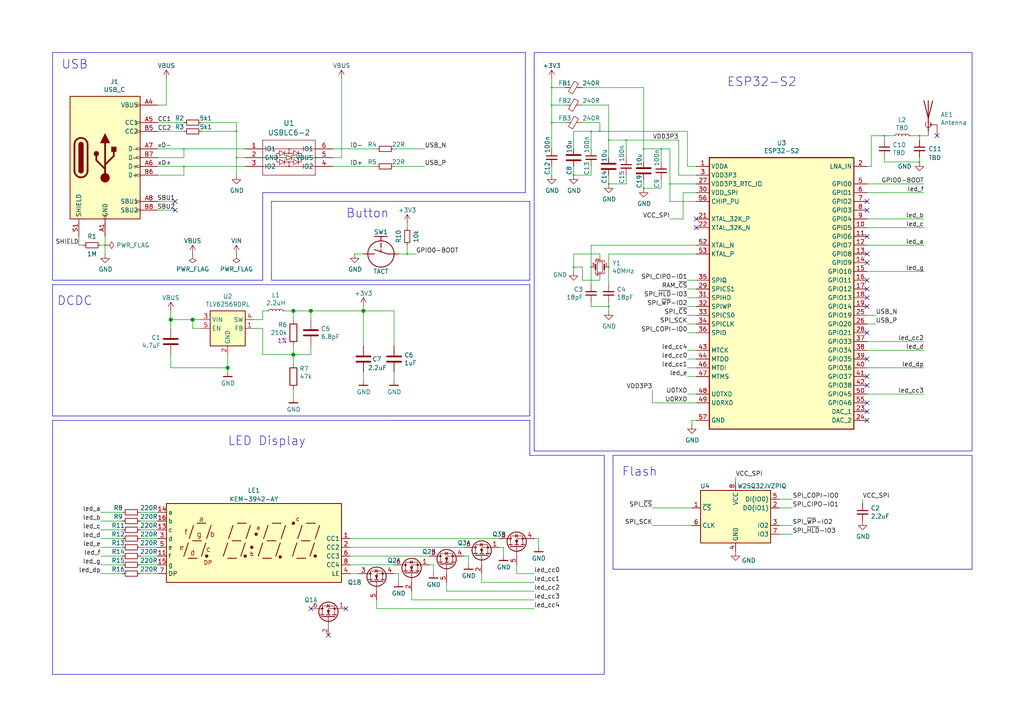
<source format=kicad_sch>
(kicad_sch (version 20201015) (generator eeschema)
  (page 1 1)
  (paper "A4")
  (title_block (title "Wizard Flute") (date "2020-12-05") (rev "r1.0") (company "GsD") (comment 3 "© 2020 Greg Davill <greg.davill@gmail.com>") (comment 4 "License: CERN OHL-P"))
  (junction (at 30.48 71.12) (diameter 0.3048))
  (junction (at 49.53 92.71) (diameter 1.016))
  (junction (at 53.34 43.18) (diameter 0.3048))
  (junction (at 53.34 48.26) (diameter 0.3048))
  (junction (at 55.88 92.71) (diameter 1.016))
  (junction (at 66.04 106.68) (diameter 1.016))
  (junction (at 68.58 38.1) (diameter 0.3048))
  (junction (at 68.58 45.72) (diameter 0.3048))
  (junction (at 85.09 90.17) (diameter 1))
  (junction (at 85.09 102.87) (diameter 1.016))
  (junction (at 90.17 90.17) (diameter 1))
  (junction (at 105.41 90.17) (diameter 1))
  (junction (at 118.11 73.66) (diameter 0.3048))
  (junction (at 160.02 25.4) (diameter 0.3048))
  (junction (at 160.02 30.48) (diameter 0.3048))
  (junction (at 160.02 35.56) (diameter 0.3048))
  (junction (at 166.37 50.8) (diameter 0.3048))
  (junction (at 166.37 77.47) (diameter 0.3048))
  (junction (at 171.45 38.1) (diameter 0.3048))
  (junction (at 171.45 77.47) (diameter 0.3048))
  (junction (at 173.99 38.1) (diameter 0.3048))
  (junction (at 176.53 40.64) (diameter 0.3048))
  (junction (at 176.53 53.34) (diameter 0.3048))
  (junction (at 176.53 77.47) (diameter 0.3048))
  (junction (at 176.53 88.9) (diameter 0.3048))
  (junction (at 181.61 40.64) (diameter 0.3048))
  (junction (at 186.69 43.18) (diameter 0.3048))
  (junction (at 186.69 54.61) (diameter 0.3048))
  (junction (at 191.77 43.18) (diameter 0.3048))
  (junction (at 194.31 53.34) (diameter 0.3048))
  (junction (at 256.54 39.37) (diameter 0.3048))
  (junction (at 266.7 39.37) (diameter 0.3048))
  (junction (at 266.7 46.99) (diameter 0.3048))
  (no_connect (at 251.46 81.28))
  (no_connect (at 201.93 63.5))
  (no_connect (at 251.46 116.84))
  (no_connect (at 251.46 109.22))
  (no_connect (at 90.17 176.53))
  (no_connect (at 251.46 121.92))
  (no_connect (at 251.46 88.9))
  (no_connect (at 251.46 83.82))
  (no_connect (at 251.46 60.96))
  (no_connect (at 271.78 39.37))
  (no_connect (at 251.46 68.58))
  (no_connect (at 251.46 76.2))
  (no_connect (at 50.8 60.96))
  (no_connect (at 251.46 58.42))
  (no_connect (at 251.46 111.76))
  (no_connect (at 251.46 86.36))
  (no_connect (at 50.8 58.42))
  (no_connect (at 201.93 66.04))
  (no_connect (at 251.46 119.38))
  (no_connect (at 251.46 104.14))
  (no_connect (at 95.25 184.15))
  (no_connect (at 100.33 176.53))
  (no_connect (at 251.46 96.52))
  (no_connect (at 251.46 73.66))
  (wire (pts (xy 22.86 68.58) (xy 22.86 71.12)))
  (wire (pts (xy 22.86 71.12) (xy 24.13 71.12)))
  (wire (pts (xy 29.21 71.12) (xy 30.48 71.12)))
  (wire (pts (xy 29.21 148.59) (xy 35.56 148.59)))
  (wire (pts (xy 29.21 151.13) (xy 35.56 151.13)))
  (wire (pts (xy 29.21 153.67) (xy 35.56 153.67)))
  (wire (pts (xy 29.21 156.21) (xy 35.56 156.21)))
  (wire (pts (xy 29.21 158.75) (xy 35.56 158.75)))
  (wire (pts (xy 29.21 161.29) (xy 35.56 161.29)))
  (wire (pts (xy 29.21 163.83) (xy 35.56 163.83)))
  (wire (pts (xy 29.21 166.37) (xy 35.56 166.37)))
  (wire (pts (xy 30.48 71.12) (xy 30.48 68.58)))
  (wire (pts (xy 30.48 71.12) (xy 30.48 73.66)))
  (wire (pts (xy 40.64 148.59) (xy 45.72 148.59)))
  (wire (pts (xy 40.64 151.13) (xy 45.72 151.13)))
  (wire (pts (xy 40.64 153.67) (xy 45.72 153.67)))
  (wire (pts (xy 40.64 156.21) (xy 45.72 156.21)))
  (wire (pts (xy 40.64 158.75) (xy 45.72 158.75)))
  (wire (pts (xy 40.64 161.29) (xy 45.72 161.29)))
  (wire (pts (xy 40.64 163.83) (xy 45.72 163.83)))
  (wire (pts (xy 40.64 166.37) (xy 45.72 166.37)))
  (wire (pts (xy 45.72 30.48) (xy 48.26 30.48)))
  (wire (pts (xy 45.72 35.56) (xy 53.34 35.56)))
  (wire (pts (xy 45.72 38.1) (xy 53.34 38.1)))
  (wire (pts (xy 45.72 43.18) (xy 53.34 43.18)))
  (wire (pts (xy 45.72 45.72) (xy 53.34 45.72)))
  (wire (pts (xy 45.72 48.26) (xy 53.34 48.26)))
  (wire (pts (xy 45.72 50.8) (xy 53.34 50.8)))
  (wire (pts (xy 45.72 58.42) (xy 50.8 58.42)))
  (wire (pts (xy 45.72 60.96) (xy 50.8 60.96)))
  (wire (pts (xy 48.26 30.48) (xy 48.26 22.86)))
  (wire (pts (xy 49.53 90.17) (xy 49.53 92.71)))
  (wire (pts (xy 49.53 92.71) (xy 49.53 95.25)))
  (wire (pts (xy 49.53 92.71) (xy 55.88 92.71)))
  (wire (pts (xy 49.53 102.87) (xy 49.53 106.68)))
  (wire (pts (xy 49.53 106.68) (xy 66.04 106.68)))
  (wire (pts (xy 53.34 43.18) (xy 71.12 43.18)))
  (wire (pts (xy 53.34 45.72) (xy 53.34 43.18)))
  (wire (pts (xy 53.34 48.26) (xy 71.12 48.26)))
  (wire (pts (xy 53.34 50.8) (xy 53.34 48.26)))
  (wire (pts (xy 55.88 92.71) (xy 58.42 92.71)))
  (wire (pts (xy 55.88 95.25) (xy 55.88 92.71)))
  (wire (pts (xy 58.42 35.56) (xy 68.58 35.56)))
  (wire (pts (xy 58.42 38.1) (xy 68.58 38.1)))
  (wire (pts (xy 58.42 95.25) (xy 55.88 95.25)))
  (wire (pts (xy 66.04 102.87) (xy 66.04 106.68)))
  (wire (pts (xy 66.04 106.68) (xy 66.04 107.95)))
  (wire (pts (xy 68.58 35.56) (xy 68.58 38.1)))
  (wire (pts (xy 68.58 38.1) (xy 68.58 45.72)))
  (wire (pts (xy 68.58 45.72) (xy 68.58 50.8)))
  (wire (pts (xy 71.12 45.72) (xy 68.58 45.72)))
  (wire (pts (xy 76.2 90.17) (xy 76.2 92.71)))
  (wire (pts (xy 76.2 90.17) (xy 77.47 90.17)))
  (wire (pts (xy 76.2 92.71) (xy 73.66 92.71)))
  (wire (pts (xy 76.2 95.25) (xy 73.66 95.25)))
  (wire (pts (xy 76.2 102.87) (xy 76.2 95.25)))
  (wire (pts (xy 82.55 90.17) (xy 85.09 90.17)))
  (wire (pts (xy 85.09 90.17) (xy 85.09 92.71)))
  (wire (pts (xy 85.09 90.17) (xy 90.17 90.17)))
  (wire (pts (xy 85.09 100.33) (xy 85.09 102.87)))
  (wire (pts (xy 85.09 102.87) (xy 76.2 102.87)))
  (wire (pts (xy 85.09 102.87) (xy 85.09 105.41)))
  (wire (pts (xy 85.09 113.03) (xy 85.09 115.57)))
  (wire (pts (xy 90.17 90.17) (xy 90.17 92.71)))
  (wire (pts (xy 90.17 90.17) (xy 105.41 90.17)))
  (wire (pts (xy 90.17 100.33) (xy 90.17 102.87)))
  (wire (pts (xy 90.17 102.87) (xy 85.09 102.87)))
  (wire (pts (xy 96.52 43.18) (xy 109.22 43.18)))
  (wire (pts (xy 96.52 45.72) (xy 99.06 45.72)))
  (wire (pts (xy 96.52 48.26) (xy 109.22 48.26)))
  (wire (pts (xy 99.06 45.72) (xy 99.06 22.86)))
  (wire (pts (xy 101.6 156.21) (xy 144.78 156.21)))
  (wire (pts (xy 101.6 158.75) (xy 134.62 158.75)))
  (wire (pts (xy 101.6 161.29) (xy 124.46 161.29)))
  (wire (pts (xy 101.6 163.83) (xy 114.3 163.83)))
  (wire (pts (xy 101.6 166.37) (xy 104.14 166.37)))
  (wire (pts (xy 105.41 73.66) (xy 102.87 73.66)))
  (wire (pts (xy 105.41 88.9) (xy 105.41 90.17)))
  (wire (pts (xy 105.41 90.17) (xy 105.41 100.33)))
  (wire (pts (xy 105.41 107.95) (xy 105.41 110.49)))
  (wire (pts (xy 109.22 176.53) (xy 109.22 173.99)))
  (wire (pts (xy 114.3 43.18) (xy 123.19 43.18)))
  (wire (pts (xy 114.3 48.26) (xy 123.19 48.26)))
  (wire (pts (xy 114.3 90.17) (xy 105.41 90.17)))
  (wire (pts (xy 114.3 90.17) (xy 114.3 100.33)))
  (wire (pts (xy 114.3 107.95) (xy 114.3 110.49)))
  (wire (pts (xy 114.3 166.37) (xy 115.57 166.37)))
  (wire (pts (xy 115.57 73.66) (xy 118.11 73.66)))
  (wire (pts (xy 115.57 166.37) (xy 115.57 168.91)))
  (wire (pts (xy 118.11 64.77) (xy 118.11 66.04)))
  (wire (pts (xy 118.11 73.66) (xy 118.11 71.12)))
  (wire (pts (xy 118.11 73.66) (xy 120.65 73.66)))
  (wire (pts (xy 119.38 173.99) (xy 119.38 171.45)))
  (wire (pts (xy 124.46 163.83) (xy 125.73 163.83)))
  (wire (pts (xy 125.73 163.83) (xy 125.73 166.37)))
  (wire (pts (xy 129.54 171.45) (xy 129.54 168.91)))
  (wire (pts (xy 134.62 161.29) (xy 135.89 161.29)))
  (wire (pts (xy 135.89 161.29) (xy 135.89 163.83)))
  (wire (pts (xy 139.7 168.91) (xy 139.7 166.37)))
  (wire (pts (xy 144.78 158.75) (xy 146.05 158.75)))
  (wire (pts (xy 146.05 158.75) (xy 146.05 161.29)))
  (wire (pts (xy 149.86 166.37) (xy 149.86 163.83)))
  (wire (pts (xy 154.94 156.21) (xy 156.21 156.21)))
  (wire (pts (xy 154.94 166.37) (xy 149.86 166.37)))
  (wire (pts (xy 154.94 168.91) (xy 139.7 168.91)))
  (wire (pts (xy 154.94 171.45) (xy 129.54 171.45)))
  (wire (pts (xy 154.94 173.99) (xy 119.38 173.99)))
  (wire (pts (xy 154.94 176.53) (xy 109.22 176.53)))
  (wire (pts (xy 156.21 156.21) (xy 156.21 158.75)))
  (wire (pts (xy 160.02 22.86) (xy 160.02 25.4)))
  (wire (pts (xy 160.02 25.4) (xy 160.02 30.48)))
  (wire (pts (xy 160.02 25.4) (xy 163.83 25.4)))
  (wire (pts (xy 160.02 30.48) (xy 160.02 35.56)))
  (wire (pts (xy 160.02 30.48) (xy 163.83 30.48)))
  (wire (pts (xy 160.02 35.56) (xy 160.02 43.18)))
  (wire (pts (xy 160.02 35.56) (xy 163.83 35.56)))
  (wire (pts (xy 160.02 50.8) (xy 160.02 48.26)))
  (wire (pts (xy 166.37 38.1) (xy 171.45 38.1)))
  (wire (pts (xy 166.37 43.18) (xy 166.37 38.1)))
  (wire (pts (xy 166.37 48.26) (xy 166.37 50.8)))
  (wire (pts (xy 166.37 50.8) (xy 171.45 50.8)))
  (wire (pts (xy 166.37 73.66) (xy 173.99 73.66)))
  (wire (pts (xy 166.37 77.47) (xy 166.37 73.66)))
  (wire (pts (xy 166.37 78.74) (xy 166.37 77.47)))
  (wire (pts (xy 168.91 25.4) (xy 186.69 25.4)))
  (wire (pts (xy 168.91 30.48) (xy 176.53 30.48)))
  (wire (pts (xy 168.91 35.56) (xy 173.99 35.56)))
  (wire (pts (xy 168.91 77.47) (xy 166.37 77.47)))
  (wire (pts (xy 168.91 81.28) (xy 168.91 77.47)))
  (wire (pts (xy 171.45 38.1) (xy 171.45 43.18)))
  (wire (pts (xy 171.45 38.1) (xy 173.99 38.1)))
  (wire (pts (xy 171.45 48.26) (xy 171.45 50.8)))
  (wire (pts (xy 171.45 71.12) (xy 201.93 71.12)))
  (wire (pts (xy 171.45 77.47) (xy 171.45 71.12)))
  (wire (pts (xy 171.45 82.55) (xy 171.45 77.47)))
  (wire (pts (xy 171.45 87.63) (xy 171.45 88.9)))
  (wire (pts (xy 171.45 88.9) (xy 176.53 88.9)))
  (wire (pts (xy 173.99 35.56) (xy 173.99 38.1)))
  (wire (pts (xy 173.99 73.66) (xy 173.99 74.93)))
  (wire (pts (xy 173.99 80.01) (xy 173.99 81.28)))
  (wire (pts (xy 173.99 81.28) (xy 168.91 81.28)))
  (wire (pts (xy 176.53 30.48) (xy 176.53 40.64)))
  (wire (pts (xy 176.53 40.64) (xy 181.61 40.64)))
  (wire (pts (xy 176.53 45.72) (xy 176.53 40.64)))
  (wire (pts (xy 176.53 50.8) (xy 176.53 53.34)))
  (wire (pts (xy 176.53 53.34) (xy 181.61 53.34)))
  (wire (pts (xy 176.53 73.66) (xy 176.53 77.47)))
  (wire (pts (xy 176.53 73.66) (xy 201.93 73.66)))
  (wire (pts (xy 176.53 82.55) (xy 176.53 77.47)))
  (wire (pts (xy 176.53 88.9) (xy 176.53 87.63)))
  (wire (pts (xy 176.53 88.9) (xy 176.53 90.17)))
  (wire (pts (xy 181.61 40.64) (xy 181.61 45.72)))
  (wire (pts (xy 181.61 50.8) (xy 181.61 53.34)))
  (wire (pts (xy 186.69 25.4) (xy 186.69 43.18)))
  (wire (pts (xy 186.69 43.18) (xy 191.77 43.18)))
  (wire (pts (xy 186.69 46.99) (xy 186.69 43.18)))
  (wire (pts (xy 186.69 52.07) (xy 186.69 54.61)))
  (wire (pts (xy 186.69 54.61) (xy 191.77 54.61)))
  (wire (pts (xy 189.23 113.03) (xy 189.23 116.84)))
  (wire (pts (xy 189.23 116.84) (xy 201.93 116.84)))
  (wire (pts (xy 189.23 147.32) (xy 200.66 147.32)))
  (wire (pts (xy 189.23 152.4) (xy 200.66 152.4)))
  (wire (pts (xy 191.77 43.18) (xy 191.77 46.99)))
  (wire (pts (xy 191.77 52.07) (xy 191.77 54.61)))
  (wire (pts (xy 194.31 43.18) (xy 191.77 43.18)))
  (wire (pts (xy 194.31 53.34) (xy 194.31 43.18)))
  (wire (pts (xy 194.31 58.42) (xy 194.31 53.34)))
  (wire (pts (xy 194.31 58.42) (xy 201.93 58.42)))
  (wire (pts (xy 194.31 63.5) (xy 198.12 63.5)))
  (wire (pts (xy 196.85 40.64) (xy 181.61 40.64)))
  (wire (pts (xy 196.85 50.8) (xy 196.85 40.64)))
  (wire (pts (xy 196.85 50.8) (xy 201.93 50.8)))
  (wire (pts (xy 198.12 55.88) (xy 201.93 55.88)))
  (wire (pts (xy 198.12 63.5) (xy 198.12 55.88)))
  (wire (pts (xy 199.39 38.1) (xy 173.99 38.1)))
  (wire (pts (xy 199.39 48.26) (xy 199.39 38.1)))
  (wire (pts (xy 199.39 101.6) (xy 201.93 101.6)))
  (wire (pts (xy 199.39 104.14) (xy 201.93 104.14)))
  (wire (pts (xy 199.39 106.68) (xy 201.93 106.68)))
  (wire (pts (xy 199.39 109.22) (xy 201.93 109.22)))
  (wire (pts (xy 200.66 121.92) (xy 201.93 121.92)))
  (wire (pts (xy 200.66 123.19) (xy 200.66 121.92)))
  (wire (pts (xy 201.93 48.26) (xy 199.39 48.26)))
  (wire (pts (xy 201.93 53.34) (xy 194.31 53.34)))
  (wire (pts (xy 201.93 81.28) (xy 199.39 81.28)))
  (wire (pts (xy 201.93 83.82) (xy 199.39 83.82)))
  (wire (pts (xy 201.93 86.36) (xy 199.39 86.36)))
  (wire (pts (xy 201.93 88.9) (xy 199.39 88.9)))
  (wire (pts (xy 201.93 91.44) (xy 199.39 91.44)))
  (wire (pts (xy 201.93 93.98) (xy 199.39 93.98)))
  (wire (pts (xy 201.93 96.52) (xy 199.39 96.52)))
  (wire (pts (xy 201.93 114.3) (xy 199.39 114.3)))
  (wire (pts (xy 213.36 138.43) (xy 213.36 139.7)))
  (wire (pts (xy 226.06 144.78) (xy 229.87 144.78)))
  (wire (pts (xy 226.06 147.32) (xy 229.87 147.32)))
  (wire (pts (xy 226.06 152.4) (xy 229.87 152.4)))
  (wire (pts (xy 226.06 154.94) (xy 229.87 154.94)))
  (wire (pts (xy 250.19 144.78) (xy 250.19 146.05)))
  (wire (pts (xy 251.46 48.26) (xy 252.73 48.26)))
  (wire (pts (xy 251.46 53.34) (xy 267.97 53.34)))
  (wire (pts (xy 251.46 55.88) (xy 267.97 55.88)))
  (wire (pts (xy 251.46 63.5) (xy 267.97 63.5)))
  (wire (pts (xy 251.46 66.04) (xy 267.97 66.04)))
  (wire (pts (xy 251.46 71.12) (xy 267.97 71.12)))
  (wire (pts (xy 251.46 78.74) (xy 267.97 78.74)))
  (wire (pts (xy 251.46 91.44) (xy 254 91.44)))
  (wire (pts (xy 251.46 93.98) (xy 254 93.98)))
  (wire (pts (xy 251.46 99.06) (xy 267.97 99.06)))
  (wire (pts (xy 251.46 101.6) (xy 267.97 101.6)))
  (wire (pts (xy 251.46 106.68) (xy 267.97 106.68)))
  (wire (pts (xy 251.46 114.3) (xy 267.97 114.3)))
  (wire (pts (xy 252.73 39.37) (xy 256.54 39.37)))
  (wire (pts (xy 252.73 48.26) (xy 252.73 39.37)))
  (wire (pts (xy 256.54 39.37) (xy 259.08 39.37)))
  (wire (pts (xy 256.54 40.64) (xy 256.54 39.37)))
  (wire (pts (xy 256.54 45.72) (xy 256.54 46.99)))
  (wire (pts (xy 256.54 46.99) (xy 266.7 46.99)))
  (wire (pts (xy 264.16 39.37) (xy 266.7 39.37)))
  (wire (pts (xy 266.7 39.37) (xy 266.7 40.64)))
  (wire (pts (xy 266.7 39.37) (xy 269.24 39.37)))
  (wire (pts (xy 266.7 45.72) (xy 266.7 46.99)))
  (polyline (pts (xy 15.24 15.24) (xy 152.4 15.24)) (stroke (width 0) (type solid)))
  (polyline (pts (xy 15.24 81.28) (xy 15.24 15.24)) (stroke (width 0) (type solid)))
  (polyline (pts (xy 15.24 82.55) (xy 15.24 120.65)) (stroke (width 0) (type solid)))
  (polyline (pts (xy 15.24 82.55) (xy 153.67 82.55)) (stroke (width 0) (type solid)))
  (polyline (pts (xy 15.24 121.92) (xy 114.3 121.92)) (stroke (width 0.152) (type solid)))
  (polyline (pts (xy 15.24 195.58) (xy 15.24 121.92)) (stroke (width 0) (type solid)))
  (polyline (pts (xy 76.2 55.88) (xy 76.2 81.28)) (stroke (width 0) (type solid)))
  (polyline (pts (xy 76.2 81.28) (xy 15.24 81.28)) (stroke (width 0) (type solid)))
  (polyline (pts (xy 78.74 81.28) (xy 78.74 58.42)) (stroke (width 0) (type solid)))
  (polyline (pts (xy 78.74 81.28) (xy 153.67 81.28)) (stroke (width 0) (type solid)))
  (polyline (pts (xy 114.3 58.42) (xy 78.74 58.42)) (stroke (width 0) (type solid)))
  (polyline (pts (xy 114.3 120.65) (xy 15.24 120.65)) (stroke (width 0) (type solid)))
  (polyline (pts (xy 114.3 195.58) (xy 15.24 195.58)) (stroke (width 0) (type solid)))
  (polyline (pts (xy 114.3 195.58) (xy 175.26 195.58)) (stroke (width 0) (type solid)))
  (polyline (pts (xy 152.4 15.24) (xy 152.4 55.88)) (stroke (width 0) (type solid)))
  (polyline (pts (xy 152.4 55.88) (xy 76.2 55.88)) (stroke (width 0) (type solid)))
  (polyline (pts (xy 153.67 58.42) (xy 114.3 58.42)) (stroke (width 0) (type solid)))
  (polyline (pts (xy 153.67 81.28) (xy 153.67 58.42)) (stroke (width 0) (type solid)))
  (polyline (pts (xy 153.67 82.55) (xy 153.67 120.65)) (stroke (width 0) (type solid)))
  (polyline (pts (xy 153.67 120.65) (xy 114.3 120.65)) (stroke (width 0) (type solid)))
  (polyline (pts (xy 153.67 121.92) (xy 114.3 121.92)) (stroke (width 0) (type solid)))
  (polyline (pts (xy 153.67 132.08) (xy 153.67 121.92)) (stroke (width 0) (type solid)))
  (polyline (pts (xy 154.94 15.24) (xy 281.94 15.24)) (stroke (width 0) (type solid)))
  (polyline (pts (xy 154.94 130.81) (xy 154.94 15.24)) (stroke (width 0) (type solid)))
  (polyline (pts (xy 175.26 132.08) (xy 153.67 132.08)) (stroke (width 0) (type solid)))
  (polyline (pts (xy 175.26 195.58) (xy 175.26 132.08)) (stroke (width 0) (type solid)))
  (polyline (pts (xy 177.8 132.08) (xy 281.94 132.08)) (stroke (width 0) (type solid)))
  (polyline (pts (xy 177.8 165.1) (xy 177.8 132.08)) (stroke (width 0) (type solid)))
  (polyline (pts (xy 281.94 15.24) (xy 281.94 130.81)) (stroke (width 0) (type solid)))
  (polyline (pts (xy 281.94 130.81) (xy 154.94 130.81)) (stroke (width 0) (type solid)))
  (polyline (pts (xy 281.94 132.08) (xy 281.94 165.1)) (stroke (width 0) (type solid)))
  (polyline (pts (xy 281.94 165.1) (xy 177.8 165.1)) (stroke (width 0) (type solid)))
  (text "DCDC" (at 16.51 88.9 0) (effects (font (size 2.54 2.54)) (justify left bottom)))
  (text "USB" (at 17.78 20.32 0) (effects (font (size 2.54 2.54)) (justify left bottom)))
  (text "LED Display" (at 66.04 129.54 0) (effects (font (size 2.54 2.54)) (justify left bottom)))
  (text "Button" (at 100.33 63.5 0) (effects (font (size 2.54 2.54)) (justify left bottom)))
  (text "Flash" (at 180.34 138.43 0) (effects (font (size 2.54 2.54)) (justify left bottom)))
  (text "ESP32-S2\n" (at 210.82 25.4 0) (effects (font (size 2.54 2.54)) (justify left bottom)))
  (label "SHIELD" (at 22.86 71.12 180))
  (label "led_a" (at 29.21 148.59 180))
  (label "led_b" (at 29.21 151.13 180))
  (label "led_c" (at 29.21 153.67 180))
  (label "led_d" (at 29.21 156.21 180))
  (label "led_e" (at 29.21 158.75 180))
  (label "led_f" (at 29.21 161.29 180))
  (label "led_g" (at 29.21 163.83 180))
  (label "led_dp" (at 29.21 166.37 180))
  (label "CC1" (at 45.72 35.56 0))
  (label "CC2" (at 45.72 38.1 0))
  (label "xD-" (at 45.72 43.18 0))
  (label "xD+" (at 45.72 48.26 0))
  (label "SBU1" (at 50.8 58.42 180))
  (label "SBU2" (at 50.8 60.96 180))
  (label "iD-" (at 101.6 43.18 0))
  (label "iD+" (at 101.6 48.26 0))
  (label "GPIO0-BOOT" (at 120.65 73.66 0))
  (label "USB_N" (at 123.19 43.18 0))
  (label "USB_P" (at 123.19 48.26 0))
  (label "led_cc0" (at 154.94 166.37 0))
  (label "led_cc1" (at 154.94 168.91 0))
  (label "led_cc2" (at 154.94 171.45 0))
  (label "led_cc3" (at 154.94 173.99 0))
  (label "led_cc4" (at 154.94 176.53 0))
  (label "VDD3P3" (at 189.23 113.03 180))
  (label "SPI_~CS" (at 189.23 147.32 180))
  (label "SPI_SCK" (at 189.23 152.4 180))
  (label "VCC_SPI" (at 194.31 63.5 180))
  (label "VDD3P3" (at 196.85 40.64 180))
  (label "SPI_CIPO-IO1" (at 199.39 81.28 180))
  (label "RAM_~CS" (at 199.39 83.82 180))
  (label "SPI_~HLD~-IO3" (at 199.39 86.36 180))
  (label "SPI_~WP~-IO2" (at 199.39 88.9 180))
  (label "SPI_~CS" (at 199.39 91.44 180))
  (label "SPI_SCK" (at 199.39 93.98 180))
  (label "SPI_COPI-IO0" (at 199.39 96.52 180))
  (label "led_cc4" (at 199.39 101.6 180))
  (label "led_cc0" (at 199.39 104.14 180))
  (label "led_cc1" (at 199.39 106.68 180))
  (label "led_e" (at 199.39 109.22 180))
  (label "U0TXD" (at 199.39 114.3 180))
  (label "U0RXD" (at 199.39 116.84 180))
  (label "VCC_SPI" (at 213.36 138.43 0))
  (label "SPI_COPI-IO0" (at 229.87 144.78 0))
  (label "SPI_CIPO-IO1" (at 229.87 147.32 0))
  (label "SPI_~WP~-IO2" (at 229.87 152.4 0))
  (label "SPI_~HLD~-IO3" (at 229.87 154.94 0))
  (label "VCC_SPI" (at 250.19 144.78 0))
  (label "USB_N" (at 254 91.44 0))
  (label "USB_P" (at 254 93.98 0))
  (label "GPIO0-BOOT" (at 267.97 53.34 180))
  (label "led_f" (at 267.97 55.88 180))
  (label "led_b" (at 267.97 63.5 180))
  (label "led_c" (at 267.97 66.04 180))
  (label "led_a" (at 267.97 71.12 180))
  (label "led_g" (at 267.97 78.74 180))
  (label "led_cc2" (at 267.97 99.06 180))
  (label "led_d" (at 267.97 101.6 180))
  (label "led_dp" (at 267.97 106.68 180))
  (label "led_cc3" (at 267.97 114.3 180))
  (symbol (lib_id "Device:L_Small") (at 80.01 90.17 90) (unit 1)
    (property "Reference" "L1" (at 80.01 85.5788 90))
    (property "Value" "2.2uH" (at 80.01 87.8775 90))
    (property "Footprint" "Inductor_SMD:L_0805_2012Metric" (effects hide))
    (property "Mfg" "Sunltech Tech" (effects hide))
    (property "PN" "SLM20122R2MIT" (effects hide))
  )
  (symbol (lib_name "Device:L_Small_1") (lib_id "Device:L_Small") (at 261.62 39.37 90) (unit 1)
    (property "Reference" "L2" (at 261.62 34.7788 90))
    (property "Value" "TBD" (at 261.62 37.0775 90))
    (property "Footprint" "Inductor_SMD:L_0402_1005Metric" (effects hide))
  )
  (symbol (lib_id "power:PWR_FLAG") (at 30.48 71.12 270) (unit 1)
    (property "Reference" "#FLG0101" (effects hide))
    (property "Value" "PWR_FLAG" (at 33.7312 71.12 90) (effects (justify left)))
  )
  (symbol (lib_id "power:PWR_FLAG") (at 55.88 73.66 180) (unit 1)
    (property "Reference" "#FLG0102" (effects hide))
    (property "Value" "PWR_FLAG" (at 55.88 78.0542 0))
  )
  (symbol (lib_id "power:PWR_FLAG") (at 68.58 73.66 180) (unit 1)
    (property "Reference" "#FLG0103" (effects hide))
    (property "Value" "PWR_FLAG" (at 68.58 78.0542 0))
  )
  (symbol (lib_id "gkl_power:GND") (at 66.04 107.95 0) (unit 1)
    (property "Reference" "#PWR0112" (effects hide))
    (property "Value" "GND" (at 66.1162 111.1504 0))
  )
  (symbol (lib_id "gkl_power:GND") (at 85.09 115.57 0) (unit 1)
    (property "Reference" "#PWR0106" (effects hide))
    (property "Value" "GND" (at 85.1662 118.7704 0))
  )
  (symbol (lib_id "gkl_power:GND") (at 105.41 110.49 0) (unit 1)
    (property "Reference" "#PWR0134" (effects hide))
    (property "Value" "GND" (at 105.4862 113.6904 0))
  )
  (symbol (lib_id "gkl_power:GND") (at 114.3 110.49 0) (unit 1)
    (property "Reference" "#PWR0116" (effects hide))
    (property "Value" "GND" (at 114.3762 113.6904 0))
  )
  (symbol (lib_id "gkl_power:GND") (at 115.57 168.91 0) (unit 1)
    (property "Reference" "#PWR0110" (effects hide))
    (property "Value" "GND" (at 115.6462 172.1104 0))
  )
  (symbol (lib_id "gkl_power:GND") (at 125.73 166.37 0) (unit 1)
    (property "Reference" "#PWR0111" (effects hide))
    (property "Value" "GND" (at 125.8062 169.5704 0))
  )
  (symbol (lib_id "gkl_power:GND") (at 135.89 163.83 0) (unit 1)
    (property "Reference" "#PWR0108" (effects hide))
    (property "Value" "GND" (at 135.9662 167.0304 0))
  )
  (symbol (lib_id "gkl_power:GND") (at 146.05 161.29 0) (unit 1)
    (property "Reference" "#PWR0109" (effects hide))
    (property "Value" "GND" (at 146.1262 164.4904 0))
  )
  (symbol (lib_id "gkl_power:GND") (at 156.21 158.75 0) (unit 1)
    (property "Reference" "#PWR0115" (effects hide))
    (property "Value" "GND" (at 156.2862 161.9504 0))
  )
  (symbol (lib_id "power:VBUS") (at 48.26 22.86 0) (unit 1)
    (property "Reference" "#PWR0104" (effects hide))
    (property "Value" "VBUS" (at 48.26 19.05 0))
  )
  (symbol (lib_id "power:VBUS") (at 49.53 90.17 0) (unit 1)
    (property "Reference" "#PWR0102" (effects hide))
    (property "Value" "VBUS" (at 49.53 86.36 0))
  )
  (symbol (lib_id "power:VBUS") (at 55.88 73.66 0) (unit 1)
    (property "Reference" "#PWR0122" (effects hide))
    (property "Value" "VBUS" (at 55.88 69.85 0))
  )
  (symbol (lib_id "icebreaker-bitsy-rescue:VIN-pkl_power") (at 68.58 73.66 0) (unit 1)
    (property "Reference" "#PWR0123" (effects hide))
    (property "Value" "VIN" (at 68.58 69.85 0))
  )
  (symbol (lib_id "power:VBUS") (at 99.06 22.86 0) (unit 1)
    (property "Reference" "#PWR0105" (effects hide))
    (property "Value" "VBUS" (at 99.06 19.05 0))
  )
  (symbol (lib_id "power:+3V3") (at 105.41 88.9 0) (unit 1)
    (property "Reference" "#PWR0136" (effects hide))
    (property "Value" "+3V3" (at 105.41 85.09 0))
  )
  (symbol (lib_id "power:+3V3") (at 118.11 64.77 0) (unit 1)
    (property "Reference" "#PWR0139" (effects hide))
    (property "Value" "+3V3" (at 118.11 60.96 0))
  )
  (symbol (lib_id "power:+3V3") (at 160.02 22.86 0) (unit 1)
    (property "Reference" "#PWR043" (effects hide))
    (property "Value" "+3V3" (at 160.02 19.05 0))
  )
  (symbol (lib_id "power:GND") (at 30.48 73.66 0) (unit 1)
    (property "Reference" "#PWR06" (effects hide))
    (property "Value" "GND" (at 30.607 78.1304 0))
  )
  (symbol (lib_id "power:GND") (at 68.58 50.8 0) (unit 1)
    (property "Reference" "#PWR0103" (effects hide))
    (property "Value" "GND" (at 68.707 55.2704 0))
  )
  (symbol (lib_id "power:GND") (at 102.87 73.66 0) (unit 1)
    (property "Reference" "#PWR0117" (effects hide))
    (property "Value" "GND" (at 102.997 78.1304 0))
  )
  (symbol (lib_id "power:GND") (at 160.02 50.8 0) (unit 1)
    (property "Reference" "#PWR0118" (effects hide))
    (property "Value" "GND" (at 160.147 55.2704 0))
  )
  (symbol (lib_id "power:GND") (at 166.37 50.8 0) (unit 1)
    (property "Reference" "#PWR0138" (effects hide))
    (property "Value" "GND" (at 166.497 55.2704 0))
  )
  (symbol (lib_id "power:GND") (at 166.37 78.74 0) (unit 1)
    (property "Reference" "#PWR0119" (effects hide))
    (property "Value" "GND" (at 164.465 79.6925 0) (effects (justify right)))
  )
  (symbol (lib_id "power:GND") (at 176.53 53.34 0) (unit 1)
    (property "Reference" "#PWR0137" (effects hide))
    (property "Value" "GND" (at 176.657 57.8104 0))
  )
  (symbol (lib_id "power:GND") (at 176.53 90.17 0) (unit 1)
    (property "Reference" "#PWR0101" (effects hide))
    (property "Value" "GND" (at 176.657 94.6404 0))
  )
  (symbol (lib_id "power:GND") (at 186.69 54.61 0) (unit 1)
    (property "Reference" "#PWR036" (effects hide))
    (property "Value" "GND" (at 186.817 59.0804 0))
  )
  (symbol (lib_id "power:GND") (at 200.66 123.19 0) (unit 1)
    (property "Reference" "#PWR0107" (effects hide))
    (property "Value" "GND" (at 200.787 127.6604 0))
  )
  (symbol (lib_id "power:GND") (at 213.36 160.02 0) (unit 1)
    (property "Reference" "#PWR0132" (effects hide))
    (property "Value" "GND" (at 217.17 162.56 0))
  )
  (symbol (lib_id "power:GND") (at 250.19 151.13 0) (unit 1)
    (property "Reference" "#PWR0113" (effects hide))
    (property "Value" "GND" (at 250.317 155.6004 0))
  )
  (symbol (lib_id "power:GND") (at 266.7 46.99 0) (unit 1)
    (property "Reference" "#PWR0124" (effects hide))
    (property "Value" "GND" (at 260.35 48.26 0) (effects (justify left)))
  )
  (symbol (lib_id "icebreaker-bitsy-rescue:pkl_R_Small-pkl_device") (at 26.67 71.12 270) (unit 1)
    (property "Reference" "R1" (at 26.67 68.58 90))
    (property "Value" "1M" (at 26.67 73.66 90))
    (property "Footprint" "Resistor_SMD:R_0402_1005Metric" (effects hide))
    (property "Mfg" "Yageo" (effects hide))
    (property "PN" "RC0402FR-071ML" (effects hide))
  )
  (symbol (lib_id "icebreaker-bitsy-rescue:pkl_R_Small-pkl_device") (at 38.1 148.59 270) (unit 1)
    (property "Reference" "R8" (at 34.29 147.32 90))
    (property "Value" "220R" (at 43.18 147.32 90))
    (property "Footprint" "Resistor_SMD:R_0402_1005Metric" (effects hide))
    (property "Mfg" "Yageo" (effects hide))
    (property "PN" "RC0402FR-0722RL" (effects hide))
  )
  (symbol (lib_id "icebreaker-bitsy-rescue:pkl_R_Small-pkl_device") (at 38.1 151.13 270) (unit 1)
    (property "Reference" "R9" (at 34.29 149.86 90))
    (property "Value" "220R" (at 43.18 149.86 90))
    (property "Footprint" "Resistor_SMD:R_0402_1005Metric" (effects hide))
    (property "Mfg" "Yageo" (effects hide))
    (property "PN" "RC0402FR-0722RL" (effects hide))
  )
  (symbol (lib_id "icebreaker-bitsy-rescue:pkl_R_Small-pkl_device") (at 38.1 153.67 270) (unit 1)
    (property "Reference" "R11" (at 34.29 152.4 90))
    (property "Value" "220R" (at 43.18 152.4 90))
    (property "Footprint" "Resistor_SMD:R_0402_1005Metric" (effects hide))
    (property "Mfg" "Yageo" (effects hide))
    (property "PN" "RC0402FR-0722RL" (effects hide))
  )
  (symbol (lib_id "icebreaker-bitsy-rescue:pkl_R_Small-pkl_device") (at 38.1 156.21 270) (unit 1)
    (property "Reference" "R12" (at 34.29 154.94 90))
    (property "Value" "220R" (at 43.18 154.94 90))
    (property "Footprint" "Resistor_SMD:R_0402_1005Metric" (effects hide))
    (property "Mfg" "Yageo" (effects hide))
    (property "PN" "RC0402FR-0722RL" (effects hide))
  )
  (symbol (lib_id "icebreaker-bitsy-rescue:pkl_R_Small-pkl_device") (at 38.1 158.75 270) (unit 1)
    (property "Reference" "R13" (at 34.29 157.48 90))
    (property "Value" "220R" (at 43.18 157.48 90))
    (property "Footprint" "Resistor_SMD:R_0402_1005Metric" (effects hide))
    (property "Mfg" "Yageo" (effects hide))
    (property "PN" "RC0402FR-0722RL" (effects hide))
  )
  (symbol (lib_id "icebreaker-bitsy-rescue:pkl_R_Small-pkl_device") (at 38.1 161.29 270) (unit 1)
    (property "Reference" "R14" (at 34.29 160.02 90))
    (property "Value" "220R" (at 43.18 160.02 90))
    (property "Footprint" "Resistor_SMD:R_0402_1005Metric" (effects hide))
    (property "Mfg" "Yageo" (effects hide))
    (property "PN" "RC0402FR-0722RL" (effects hide))
  )
  (symbol (lib_id "icebreaker-bitsy-rescue:pkl_R_Small-pkl_device") (at 38.1 163.83 270) (unit 1)
    (property "Reference" "R15" (at 34.29 162.56 90))
    (property "Value" "220R" (at 43.18 162.56 90))
    (property "Footprint" "Resistor_SMD:R_0402_1005Metric" (effects hide))
    (property "Mfg" "Yageo" (effects hide))
    (property "PN" "RC0402FR-0722RL" (effects hide))
  )
  (symbol (lib_id "icebreaker-bitsy-rescue:pkl_R_Small-pkl_device") (at 38.1 166.37 270) (unit 1)
    (property "Reference" "R16" (at 34.29 165.1 90))
    (property "Value" "220R" (at 43.18 165.1 90))
    (property "Footprint" "Resistor_SMD:R_0402_1005Metric" (effects hide))
    (property "Mfg" "Yageo" (effects hide))
    (property "PN" "RC0402FR-0722RL" (effects hide))
  )
  (symbol (lib_id "icebreaker-bitsy-rescue:pkl_R_Small-pkl_device") (at 55.88 35.56 270) (unit 1)
    (property "Reference" "R2" (at 52.07 34.29 90))
    (property "Value" "5k1" (at 59.69 34.29 90))
    (property "Footprint" "Resistor_SMD:R_0402_1005Metric" (effects hide))
    (property "Mfg" "Yageo" (effects hide))
    (property "PN" "RC0402FR-075K1L" (effects hide))
  )
  (symbol (lib_id "icebreaker-bitsy-rescue:pkl_R_Small-pkl_device") (at 55.88 38.1 270) (unit 1)
    (property "Reference" "R3" (at 52.07 36.83 90))
    (property "Value" "5k1" (at 59.69 36.83 90))
    (property "Footprint" "Resistor_SMD:R_0402_1005Metric" (effects hide))
    (property "Mfg" "Yageo" (effects hide))
    (property "PN" "RC0402FR-075K1L" (effects hide))
  )
  (symbol (lib_id "icebreaker-bitsy-rescue:pkl_R_Small-pkl_device") (at 111.76 43.18 270) (unit 1)
    (property "Reference" "R4" (at 107.95 41.91 90))
    (property "Value" "22R" (at 115.57 41.91 90))
    (property "Footprint" "Resistor_SMD:R_0402_1005Metric" (effects hide))
    (property "Mfg" "Yageo" (effects hide))
    (property "PN" "RC0402FR-0722RL" (effects hide))
  )
  (symbol (lib_id "icebreaker-bitsy-rescue:pkl_R_Small-pkl_device") (at 111.76 48.26 270) (unit 1)
    (property "Reference" "R5" (at 107.95 46.99 90))
    (property "Value" "22R" (at 115.57 46.99 90))
    (property "Footprint" "Resistor_SMD:R_0402_1005Metric" (effects hide))
    (property "Mfg" "Yageo" (effects hide))
    (property "PN" "RC0402FR-0722RL" (effects hide))
  )
  (symbol (lib_id "icebreaker-bitsy-rescue:pkl_R_Small-pkl_device") (at 118.11 68.58 180) (unit 1)
    (property "Reference" "R10" (at 115.57 68.58 90))
    (property "Value" "10k" (at 120.65 68.58 90))
    (property "Footprint" "Resistor_SMD:R_0402_1005Metric" (effects hide))
    (property "Mfg" "Yageo" (effects hide))
    (property "PN" "RC0402FR-0710KL" (effects hide))
  )
  (symbol (lib_name "Device:R_3") (lib_id "Device:R") (at 85.09 96.52 180) (unit 1)
    (property "Reference" "R6" (at 83.312 94.2213 0) (effects (justify left)))
    (property "Value" "210k" (at 83.312 96.52 0) (effects (justify left)))
    (property "Footprint" "Resistor_SMD:R_0402_1005Metric" (effects hide))
    (property "PN" "RC0402FR-07210KL" (effects hide))
    (property "Mfg" "Yageo" (effects hide))
    (property "Tol" "1%" (at 83.312 98.8187 0) (effects (justify left)))
  )
  (symbol (lib_name "Device:R_4") (lib_id "Device:R") (at 85.09 109.22 180) (unit 1)
    (property "Reference" "R7" (at 86.8681 106.9213 0) (effects (justify right)))
    (property "Value" "47k" (at 86.8681 109.22 0) (effects (justify right)))
    (property "Footprint" "Resistor_SMD:R_0402_1005Metric" (effects hide))
    (property "PN" "RC0402FR-0747KL" (effects hide))
    (property "Mfg" "Yageo" (effects hide))
  )
  (symbol (lib_id "icebreaker-bitsy-rescue:pkl_C_Small-pkl_device") (at 160.02 45.72 0) (mirror y) (unit 1)
    (property "Reference" "C12" (at 158.75 50.8 90) (effects (justify left)))
    (property "Value" "100n" (at 158.75 44.45 90) (effects (justify left)))
    (property "Footprint" "Capacitor_SMD:C_0402_1005Metric" (effects hide))
    (property "Mfg" "Yageo" (effects hide))
    (property "PN" "CC0402ZRY5V7BB104" (effects hide))
  )
  (symbol (lib_id "icebreaker-bitsy-rescue:pkl_C_Small-pkl_device") (at 171.45 45.72 0) (mirror y) (unit 1)
    (property "Reference" "C13" (at 170.18 50.8 90) (effects (justify left)))
    (property "Value" "100n" (at 170.18 44.45 90) (effects (justify left)))
    (property "Footprint" "Capacitor_SMD:C_0402_1005Metric" (effects hide))
    (property "Mfg" "Yageo" (effects hide))
    (property "PN" "CC0402ZRY5V7BB104" (effects hide))
  )
  (symbol (lib_id "icebreaker-bitsy-rescue:pkl_C_Small-pkl_device") (at 171.45 85.09 0) (mirror x) (unit 1)
    (property "Reference" "C3" (at 169.1259 83.9406 0) (effects (justify right)))
    (property "Value" "18pF" (at 169.1259 86.2393 0) (effects (justify right)))
    (property "Footprint" "Capacitor_SMD:C_0402_1005Metric" (effects hide))
    (property "Mfg" "Yageo" (effects hide))
    (property "PN" "CC0402GRNPO9BN180" (effects hide))
  )
  (symbol (lib_id "icebreaker-bitsy-rescue:pkl_C_Small-pkl_device") (at 176.53 85.09 0) (mirror x) (unit 1)
    (property "Reference" "C4" (at 178.8542 83.9406 0) (effects (justify left)))
    (property "Value" "18pF" (at 178.8542 86.2393 0) (effects (justify left)))
    (property "Footprint" "Capacitor_SMD:C_0402_1005Metric" (effects hide))
    (property "Mfg" "Yageo" (effects hide))
    (property "PN" "CC0402GRNPO9BN180" (effects hide))
  )
  (symbol (lib_id "icebreaker-bitsy-rescue:pkl_C_Small-pkl_device") (at 181.61 48.26 0) (mirror y) (unit 1)
    (property "Reference" "C15" (at 180.34 53.34 90) (effects (justify left)))
    (property "Value" "100n" (at 180.34 46.99 90) (effects (justify left)))
    (property "Footprint" "Capacitor_SMD:C_0402_1005Metric" (effects hide))
    (property "Mfg" "Yageo" (effects hide))
    (property "PN" "CC0402ZRY5V7BB104" (effects hide))
  )
  (symbol (lib_id "icebreaker-bitsy-rescue:pkl_C_Small-pkl_device") (at 191.77 49.53 0) (mirror y) (unit 1)
    (property "Reference" "C9" (at 190.5 54.61 90) (effects (justify left)))
    (property "Value" "100n" (at 190.5 48.26 90) (effects (justify left)))
    (property "Footprint" "Capacitor_SMD:C_0402_1005Metric" (effects hide))
    (property "Mfg" "Yageo" (effects hide))
    (property "PN" "CC0402ZRY5V7BB104" (effects hide))
  )
  (symbol (lib_id "icebreaker-bitsy-rescue:pkl_C_Small-pkl_device") (at 250.19 148.59 0) (unit 1)
    (property "Reference" "C2" (at 252.5268 147.3962 0) (effects (justify left)))
    (property "Value" "2.2uF" (at 252.5268 149.7584 0) (effects (justify left)))
    (property "Footprint" "Capacitor_SMD:C_0402_1005Metric" (effects hide))
    (property "Mfg" "Yageo" (effects hide))
    (property "PN" "CC0402MRX5R5BB225" (effects hide))
  )
  (symbol (lib_id "icebreaker-bitsy-rescue:pkl_C_Small-pkl_device") (at 256.54 43.18 0) (mirror y) (unit 1)
    (property "Reference" "C10" (at 258.8642 42.0306 0) (effects (justify right)))
    (property "Value" "TBD" (at 258.8642 44.3293 0) (effects (justify right)))
    (property "Footprint" "Capacitor_SMD:C_0402_1005Metric" (effects hide))
    (property "Source" "ANY" (effects hide))
  )
  (symbol (lib_id "icebreaker-bitsy-rescue:pkl_C_Small-pkl_device") (at 266.7 43.18 0) (mirror y) (unit 1)
    (property "Reference" "C11" (at 269.24 43.18 0) (effects (justify right)))
    (property "Value" "TBD" (at 269.24 45.72 0) (effects (justify right)))
    (property "Footprint" "Capacitor_SMD:C_0402_1005Metric" (effects hide))
    (property "Source" "ANY" (effects hide))
  )
  (symbol (lib_id "Device:Ferrite_Bead_Small") (at 166.37 25.4 90) (unit 1)
    (property "Reference" "FB1" (at 163.83 24.13 90))
    (property "Value" "240R" (at 171.45 24.13 90))
    (property "Footprint" "Inductor_SMD:L_0402_1005Metric" (effects hide))
    (property "Mfg" "Murata Electronics" (effects hide))
    (property "PN" "BLM15BC241SN1D" (effects hide))
  )
  (symbol (lib_id "Device:Ferrite_Bead_Small") (at 166.37 30.48 90) (unit 1)
    (property "Reference" "FB2" (at 163.83 29.21 90))
    (property "Value" "240R" (at 171.45 29.21 90))
    (property "Footprint" "Inductor_SMD:L_0402_1005Metric" (effects hide))
    (property "Mfg" "Murata Electronics" (effects hide))
    (property "PN" "BLM15BC241SN1D" (effects hide))
  )
  (symbol (lib_id "Device:Ferrite_Bead_Small") (at 166.37 35.56 90) (unit 1)
    (property "Reference" "FB3" (at 163.83 34.29 90))
    (property "Value" "240R" (at 171.45 34.29 90))
    (property "Footprint" "Inductor_SMD:L_0402_1005Metric" (effects hide))
    (property "Mfg" "Murata Electronics" (effects hide))
    (property "PN" "BLM15BC241SN1D" (effects hide))
  )
  (symbol (lib_id "icebreaker-bitsy-rescue:pkl_C-pkl_device") (at 166.37 45.72 0) (mirror y) (unit 1)
    (property "Reference" "C8" (at 165.1 50.8 90) (effects (justify left)))
    (property "Value" "10u" (at 165.1 44.45 90) (effects (justify left)))
    (property "Footprint" "Capacitor_SMD:C_0603_1608Metric" (effects hide))
    (property "Mfg" "Yageo" (effects hide))
    (property "PN" "CC0603KRX5R5BB106" (effects hide))
  )
  (symbol (lib_id "icebreaker-bitsy-rescue:pkl_C-pkl_device") (at 176.53 48.26 0) (mirror y) (unit 1)
    (property "Reference" "C14" (at 175.26 53.34 90) (effects (justify left)))
    (property "Value" "10u" (at 175.26 46.99 90) (effects (justify left)))
    (property "Footprint" "Capacitor_SMD:C_0603_1608Metric" (effects hide))
    (property "Mfg" "Yageo" (effects hide))
    (property "PN" "CC0603KRX5R5BB106" (effects hide))
  )
  (symbol (lib_id "icebreaker-bitsy-rescue:pkl_C-pkl_device") (at 186.69 49.53 0) (mirror y) (unit 1)
    (property "Reference" "C19" (at 185.42 54.61 90) (effects (justify left)))
    (property "Value" "10u" (at 185.42 48.26 90) (effects (justify left)))
    (property "Footprint" "Capacitor_SMD:C_0603_1608Metric" (effects hide))
    (property "Mfg" "Yageo" (effects hide))
    (property "PN" "CC0603KRX5R5BB106" (effects hide))
  )
  (symbol (lib_id "Device:Crystal_GND24_Small") (at 173.99 77.47 180) (unit 1)
    (property "Reference" "Y1" (at 177.5461 76.3206 0) (effects (justify right)))
    (property "Value" "40MHz" (at 177.5461 78.6193 0) (effects (justify right)))
    (property "Footprint" "led-clock:Crystal_SMD_4Pin_2.0x1.6mm" (effects hide))
    (property "Mfg" "TKD" (effects hide))
    (property "PN" "SX20Y040000BC1T" (effects hide))
  )
  (symbol (lib_id "Device:C") (at 49.53 99.06 0) (mirror y) (unit 1)
    (property "Reference" "C1" (at 46.609 97.917 0) (effects (justify left)))
    (property "Value" "4.7uF" (at 46.609 100.203 0) (effects (justify left)))
    (property "Footprint" "Capacitor_SMD:C_0402_1005Metric" (effects hide))
    (property "Mfg" "Yageo" (effects hide))
    (property "PN" "CC0402KRX5R6BB475" (effects hide))
  )
  (symbol (lib_id "Device:C") (at 90.17 96.52 0) (unit 1)
    (property "Reference" "C5" (at 93.0911 95.3706 0) (effects (justify left)))
    (property "Value" "6.8pF" (at 93.0911 97.6693 0) (effects (justify left)))
    (property "Footprint" "Capacitor_SMD:C_0402_1005Metric" (effects hide))
    (property "Mfg" "Yageo" (effects hide))
    (property "PN" "CC0402CRNPO9BN6R8" (effects hide))
  )
  (symbol (lib_name "Device:C_1") (lib_id "Device:C") (at 105.41 104.14 0) (unit 1)
    (property "Reference" "C7" (at 107.95 104.14 0) (effects (justify left)))
    (property "Value" "2.2uF" (at 106.68 106.68 0) (effects (justify left)))
    (property "Footprint" "Capacitor_SMD:C_0402_1005Metric" (effects hide))
    (property "Mfg" "Yageo" (effects hide))
    (property "PN" "CC0402MRX5R5BB225" (effects hide))
  )
  (symbol (lib_id "Device:C") (at 114.3 104.14 0) (mirror y) (unit 1)
    (property "Reference" "C6" (at 117.221 102.997 0) (effects (justify right)))
    (property "Value" "1uF" (at 117.221 105.283 0) (effects (justify right)))
    (property "Footprint" "Capacitor_SMD:C_0402_1005Metric" (effects hide))
    (property "Mfg" "Yageo" (effects hide))
    (property "PN" "CC0402KRX5R6BB105" (effects hide))
  )
  (symbol (lib_id "Device:Antenna_Shield") (at 269.24 34.29 0) (unit 1)
    (property "Reference" "AE1" (at 272.7961 33.2676 0) (effects (justify left)))
    (property "Value" "Antenna" (at 272.7961 35.5663 0) (effects (justify left)))
    (property "Footprint" "led-clock:Ant_3216" (effects hide))
    (property "Mfg" "Sunlord" (effects hide))
    (property "PN" "SLDA31-2R400G-S2TF" (effects hide))
  )
  (symbol (lib_id "icebreaker-bitsy-rescue:TACT-pkl_misc") (at 110.49 73.66 0) (mirror y) (unit 1)
    (property "Reference" "SW1" (at 110.49 67.31 0))
    (property "Value" "TACT" (at 110.49 78.74 0))
    (property "Footprint" "pkl_buttons_switches:SW_SPST_3x4x2.5" (effects hide))
  )
  (symbol (lib_id "Device:Q_DUAL_NMOS_S1G1D2S2G2D1") (at 95.25 179.07 90) (unit 1)
    (property "Reference" "Q1" (at 90.17 173.99 90))
    (property "Value" "EM6K7T2R" (effects hide))
    (property "Footprint" "led-clock:SOT-666" (effects hide))
    (property "Mfg" "ROHM Semicon" (effects hide))
    (property "PN" "EM6K7T2R" (effects hide))
  )
  (symbol (lib_id "Device:Q_DUAL_NMOS_S1G1D2S2G2D1") (at 109.22 168.91 90) (unit 2)
    (property "Reference" "Q1" (at 102.87 168.91 90))
    (property "Value" "EM6K7T2R" (effects hide))
    (property "Footprint" "led-clock:SOT-666" (effects hide))
    (property "Mfg" "ROHM Semicon" (effects hide))
    (property "PN" "EM6K7T2R" (effects hide))
  )
  (symbol (lib_id "Device:Q_DUAL_NMOS_S1G1D2S2G2D1") (at 119.38 166.37 90) (unit 1)
    (property "Reference" "Q2" (at 114.3 162.56 90))
    (property "Value" "EM6K7T2R" (effects hide))
    (property "Footprint" "led-clock:SOT-666" (effects hide))
    (property "Mfg" "ROHM Semicon" (effects hide))
    (property "PN" "EM6K7T2R" (effects hide))
  )
  (symbol (lib_id "Device:Q_DUAL_NMOS_S1G1D2S2G2D1") (at 129.54 163.83 90) (unit 2)
    (property "Reference" "Q2" (at 124.46 160.02 90))
    (property "Value" "EM6K7T2R" (effects hide))
    (property "Footprint" "led-clock:SOT-666" (effects hide))
    (property "Mfg" "ROHM Semicon" (effects hide))
    (property "PN" "EM6K7T2R" (effects hide))
  )
  (symbol (lib_id "Device:Q_DUAL_NMOS_S1G1D2S2G2D1") (at 139.7 161.29 90) (unit 1)
    (property "Reference" "Q3" (at 134.62 157.48 90))
    (property "Value" "EM6K7T2R" (effects hide))
    (property "Footprint" "led-clock:SOT-666" (effects hide))
    (property "Mfg" "ROHM Semicon" (effects hide))
    (property "PN" "EM6K7T2R" (effects hide))
  )
  (symbol (lib_id "Device:Q_DUAL_NMOS_S1G1D2S2G2D1") (at 149.86 158.75 90) (unit 2)
    (property "Reference" "Q3" (at 144.78 154.94 90))
    (property "Value" "EM6K7T2R" (effects hide))
    (property "Footprint" "led-clock:SOT-666" (effects hide))
    (property "Mfg" "ROHM Semicon" (effects hide))
    (property "PN" "EM6K7T2R" (effects hide))
  )
  (symbol (lib_id "Regulator_Switching:TLV62569DRL") (at 66.04 95.25 0) (unit 1)
    (property "Reference" "U2" (at 66.04 85.9598 0))
    (property "Value" "TLV62569DRL" (at 66.04 88.2585 0))
    (property "Footprint" "led-clock:SOT-666" (effects hide))
    (property "Datasheet" "http://www.ti.com/lit/ds/symlink/tlv62569.pdf" (effects hide))
    (property "Mfg" "Texas Instruments" (effects hide))
    (property "PN" "TLV62569DRLR" (effects hide))
  )
  (symbol (lib_id "icebreaker-bitsy-rescue:USBLC6-2-pkl_misc") (at 83.82 45.72 0) (unit 1)
    (property "Reference" "U1" (at 83.82 35.687 0) (effects (font (size 1.524 1.524))))
    (property "Value" "USBLC6-2" (at 83.82 38.481 0) (effects (font (size 1.524 1.524))))
    (property "Footprint" "led-clock:SOT-666" (effects hide))
    (property "Mfg" "STMicroelectronics" (effects hide))
    (property "PN" "USBLC6-2P6" (effects hide))
  )
  (symbol (lib_id "Memory_Flash:W25Q32JVSS") (at 213.36 149.86 0) (unit 1)
    (property "Reference" "U4" (at 204.47 140.97 0))
    (property "Value" "W25Q32JVZPIQ" (at 220.98 140.97 0))
    (property "Footprint" "Package_SON:WSON-8-1EP_6x5mm_P1.27mm_EP3.4x4mm" (effects hide))
    (property "Datasheet" "http://www.winbond.com/resource-files/w25q32jv%20revg%2003272018%20plus.pdf" (effects hide))
    (property "Mfg" "Winbond Electronics" (effects hide))
    (property "PN" "W25Q32JVZPIQ" (effects hide))
  )
  (symbol (lib_id "Connector:USB_C_Receptacle_USB2.0") (at 30.48 45.72 0) (unit 1)
    (property "Reference" "J1" (at 33.1978 23.6982 0))
    (property "Value" "USB_C" (at 33.1978 26.0096 0))
    (property "Footprint" "pkl_connectors:USB_C_Receptacle_HRO_TYPE-C-31-M-12" (effects hide))
    (property "Datasheet" "https://www.usb.org/sites/default/files/documents/usb_type-c.zip" (effects hide))
    (property "Mfg" "GCT" (effects hide))
    (property "PN" "USB4105-GF-A" (effects hide))
  )
  (symbol (lib_id "led-clock:KEM-3942-AY") (at 73.66 156.21 0) (unit 1)
    (property "Reference" "LE1" (at 73.66 142.24 0))
    (property "Value" "KEM-3942-AY" (at 73.66 144.78 0))
    (property "Footprint" "led-clock:kem-3942-ay" (effects hide))
  )
  (symbol (lib_id "obsidian-boa:ESP32-S2") (at 226.06 82.55 0) (unit 1)
    (property "Reference" "U3" (at 226.695 41.4717 0))
    (property "Value" "ESP32-S2" (at 226.695 43.7704 0))
    (property "Footprint" "Package_DFN_QFN:QFN-56-1EP_7x7mm_P0.4mm_EP5.6x5.6mm" (effects hide))
    (property "Mfg" "Espressif Systems" (effects hide))
    (property "PN" "ESP32-S2" (effects hide))
  )
)
</source>
